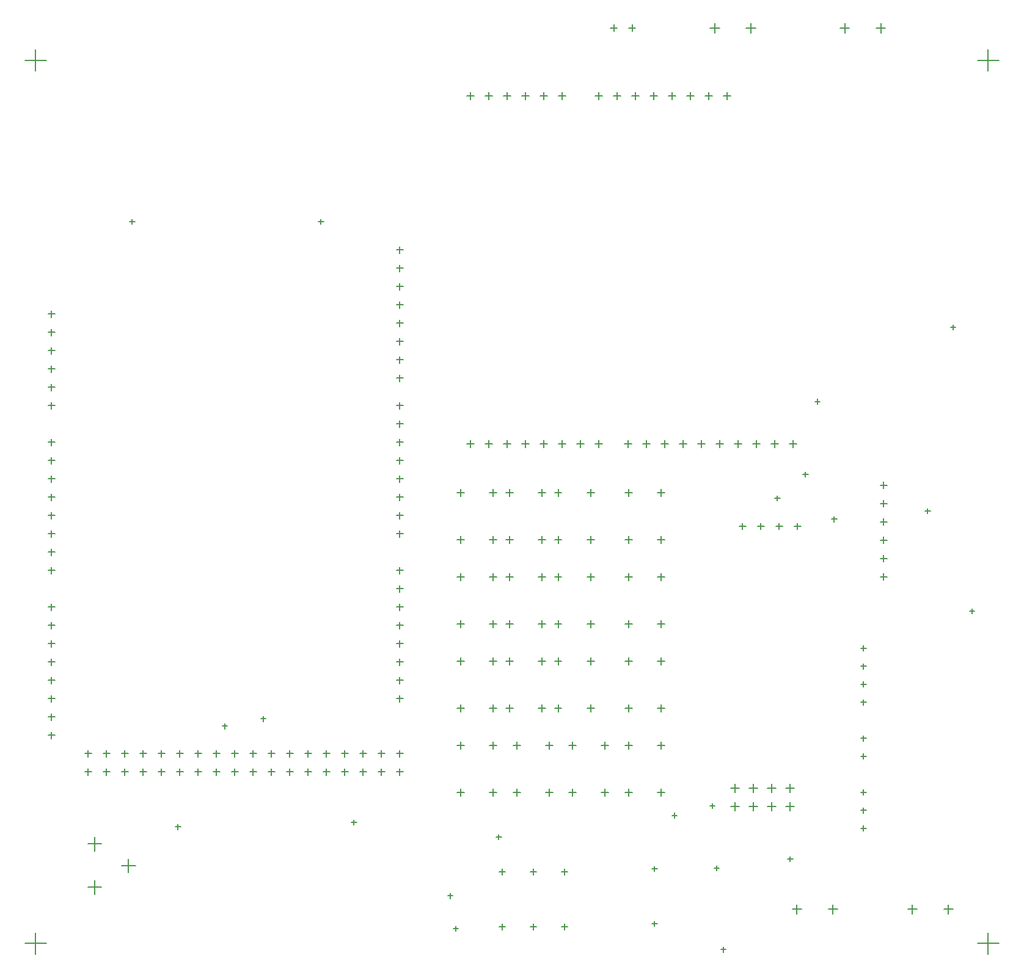
<source format=gbr>
%TF.GenerationSoftware,Altium Limited,Altium Designer,21.8.1 (53)*%
G04 Layer_Color=128*
%FSLAX43Y43*%
%MOMM*%
%TF.SameCoordinates,16DCEB66-4DAC-4E16-A6F7-90F727604106*%
%TF.FilePolarity,Positive*%
%TF.FileFunction,Drillmap*%
%TF.Part,Single*%
G01*
G75*
%TA.AperFunction,NonConductor*%
%ADD66C,0.127*%
D66*
X99337Y24562D02*
X100537D01*
X99937Y23962D02*
Y25162D01*
X99337Y22022D02*
X100537D01*
X99937Y21422D02*
Y22622D01*
X101877Y22022D02*
X103077D01*
X102477Y21422D02*
Y22622D01*
X101877Y24562D02*
X103077D01*
X102477Y23962D02*
Y25162D01*
X104417Y22022D02*
X105617D01*
X105017Y21422D02*
Y22622D01*
X104417Y24562D02*
X105617D01*
X105017Y23962D02*
Y25162D01*
X106957Y22022D02*
X108157D01*
X107557Y21422D02*
Y22622D01*
X106957Y24562D02*
X108157D01*
X107557Y23962D02*
Y25162D01*
X40317Y29340D02*
X41217D01*
X40767Y28890D02*
Y29790D01*
X40317Y26800D02*
X41217D01*
X40767Y26350D02*
Y27250D01*
X37777Y29340D02*
X38677D01*
X38227Y28890D02*
Y29790D01*
X37777Y26800D02*
X38677D01*
X38227Y26350D02*
Y27250D01*
X50477Y29340D02*
X51377D01*
X50927Y28890D02*
Y29790D01*
X50477Y26800D02*
X51377D01*
X50927Y26350D02*
Y27250D01*
X47937Y29340D02*
X48837D01*
X48387Y28890D02*
Y29790D01*
X47937Y26800D02*
X48837D01*
X48387Y26350D02*
Y27250D01*
X45397Y29340D02*
X46297D01*
X45847Y28890D02*
Y29790D01*
X45397Y26800D02*
X46297D01*
X45847Y26350D02*
Y27250D01*
X42857Y29340D02*
X43757D01*
X43307Y28890D02*
Y29790D01*
X42857Y26800D02*
X43757D01*
X43307Y26350D02*
Y27250D01*
X30157Y29340D02*
X31057D01*
X30607Y28890D02*
Y29790D01*
X30157Y26800D02*
X31057D01*
X30607Y26350D02*
Y27250D01*
X27617Y29340D02*
X28517D01*
X28067Y28890D02*
Y29790D01*
X27617Y26800D02*
X28517D01*
X28067Y26350D02*
Y27250D01*
X4757Y87760D02*
X5657D01*
X5207Y87310D02*
Y88210D01*
X4757Y82680D02*
X5657D01*
X5207Y82230D02*
Y83130D01*
X4757Y80140D02*
X5657D01*
X5207Y79690D02*
Y80590D01*
X4757Y85220D02*
X5657D01*
X5207Y84770D02*
Y85670D01*
X53017Y39500D02*
X53917D01*
X53467Y39050D02*
Y39950D01*
X53017Y36960D02*
X53917D01*
X53467Y36510D02*
Y37410D01*
X53017Y42040D02*
X53917D01*
X53467Y41590D02*
Y42490D01*
X53017Y44580D02*
X53917D01*
X53467Y44130D02*
Y45030D01*
X53017Y47120D02*
X53917D01*
X53467Y46670D02*
Y47570D01*
X53017Y49660D02*
X53917D01*
X53467Y49210D02*
Y50110D01*
X53017Y52200D02*
X53917D01*
X53467Y51750D02*
Y52650D01*
X53017Y54740D02*
X53917D01*
X53467Y54290D02*
Y55190D01*
X4757Y77600D02*
X5657D01*
X5207Y77150D02*
Y78050D01*
X4757Y90300D02*
X5657D01*
X5207Y89850D02*
Y90750D01*
X53017Y77600D02*
X53917D01*
X53467Y77150D02*
Y78050D01*
X53017Y75060D02*
X53917D01*
X53467Y74610D02*
Y75510D01*
X53017Y72520D02*
X53917D01*
X53467Y72070D02*
Y72970D01*
X53017Y69980D02*
X53917D01*
X53467Y69530D02*
Y70430D01*
X53017Y67440D02*
X53917D01*
X53467Y66990D02*
Y67890D01*
X53017Y64900D02*
X53917D01*
X53467Y64450D02*
Y65350D01*
X53017Y62360D02*
X53917D01*
X53467Y61910D02*
Y62810D01*
X53017Y59820D02*
X53917D01*
X53467Y59370D02*
Y60270D01*
X53017Y99190D02*
X53917D01*
X53467Y98740D02*
Y99640D01*
X53017Y96650D02*
X53917D01*
X53467Y96200D02*
Y97100D01*
X53017Y94110D02*
X53917D01*
X53467Y93660D02*
Y94560D01*
X53017Y91570D02*
X53917D01*
X53467Y91120D02*
Y92020D01*
X53017Y89030D02*
X53917D01*
X53467Y88580D02*
Y89480D01*
X53017Y86490D02*
X53917D01*
X53467Y86040D02*
Y86940D01*
X53017Y83950D02*
X53917D01*
X53467Y83500D02*
Y84400D01*
X53017Y81410D02*
X53917D01*
X53467Y80960D02*
Y81860D01*
X4757Y49660D02*
X5657D01*
X5207Y49210D02*
Y50110D01*
X4757Y47120D02*
X5657D01*
X5207Y46670D02*
Y47570D01*
X4757Y44580D02*
X5657D01*
X5207Y44130D02*
Y45030D01*
X4757Y42040D02*
X5657D01*
X5207Y41590D02*
Y42490D01*
X4757Y39500D02*
X5657D01*
X5207Y39050D02*
Y39950D01*
X4757Y36960D02*
X5657D01*
X5207Y36510D02*
Y37410D01*
X4757Y34420D02*
X5657D01*
X5207Y33970D02*
Y34870D01*
X4757Y31880D02*
X5657D01*
X5207Y31430D02*
Y32330D01*
X4757Y72520D02*
X5657D01*
X5207Y72070D02*
Y72970D01*
X4757Y69980D02*
X5657D01*
X5207Y69530D02*
Y70430D01*
X4757Y67440D02*
X5657D01*
X5207Y66990D02*
Y67890D01*
X4757Y64900D02*
X5657D01*
X5207Y64450D02*
Y65350D01*
X4757Y62360D02*
X5657D01*
X5207Y61910D02*
Y62810D01*
X4757Y59820D02*
X5657D01*
X5207Y59370D02*
Y60270D01*
X4757Y57280D02*
X5657D01*
X5207Y56830D02*
Y57730D01*
X4757Y54740D02*
X5657D01*
X5207Y54290D02*
Y55190D01*
X9837Y26800D02*
X10737D01*
X10287Y26350D02*
Y27250D01*
X9837Y29340D02*
X10737D01*
X10287Y28890D02*
Y29790D01*
X12377Y26800D02*
X13277D01*
X12827Y26350D02*
Y27250D01*
X12377Y29340D02*
X13277D01*
X12827Y28890D02*
Y29790D01*
X14917Y26800D02*
X15817D01*
X15367Y26350D02*
Y27250D01*
X14917Y29340D02*
X15817D01*
X15367Y28890D02*
Y29790D01*
X17457Y26800D02*
X18357D01*
X17907Y26350D02*
Y27250D01*
X17457Y29340D02*
X18357D01*
X17907Y28890D02*
Y29790D01*
X19997Y26800D02*
X20897D01*
X20447Y26350D02*
Y27250D01*
X19997Y29340D02*
X20897D01*
X20447Y28890D02*
Y29790D01*
X22537Y26800D02*
X23437D01*
X22987Y26350D02*
Y27250D01*
X22537Y29340D02*
X23437D01*
X22987Y28890D02*
Y29790D01*
X25077Y26800D02*
X25977D01*
X25527Y26350D02*
Y27250D01*
X25077Y29340D02*
X25977D01*
X25527Y28890D02*
Y29790D01*
X32697Y26800D02*
X33597D01*
X33147Y26350D02*
Y27250D01*
X32697Y29340D02*
X33597D01*
X33147Y28890D02*
Y29790D01*
X35237Y26800D02*
X36137D01*
X35687Y26350D02*
Y27250D01*
X35237Y29340D02*
X36137D01*
X35687Y28890D02*
Y29790D01*
X53017Y26800D02*
X53917D01*
X53467Y26350D02*
Y27250D01*
X53017Y29340D02*
X53917D01*
X53467Y28890D02*
Y29790D01*
X73653Y30460D02*
X74653D01*
X74153Y29960D02*
Y30960D01*
X73653Y23960D02*
X74653D01*
X74153Y23460D02*
Y24460D01*
X69153Y30460D02*
X70153D01*
X69653Y29960D02*
Y30960D01*
X69153Y23960D02*
X70153D01*
X69653Y23460D02*
Y24460D01*
X65901Y65512D02*
X66901D01*
X66401Y65012D02*
Y66012D01*
X65901Y59012D02*
X66901D01*
X66401Y58512D02*
Y59512D01*
X61401Y65512D02*
X62401D01*
X61901Y65012D02*
Y66012D01*
X61401Y59012D02*
X62401D01*
X61901Y58512D02*
Y59512D01*
X72653Y65512D02*
X73653D01*
X73153Y65012D02*
Y66012D01*
X72653Y59012D02*
X73653D01*
X73153Y58512D02*
Y59512D01*
X68153Y65512D02*
X69153D01*
X68653Y65012D02*
Y66012D01*
X68153Y59012D02*
X69153D01*
X68653Y58512D02*
Y59512D01*
X79405Y65512D02*
X80405D01*
X79905Y65012D02*
Y66012D01*
X79405Y59012D02*
X80405D01*
X79905Y58512D02*
Y59512D01*
X74905Y65512D02*
X75905D01*
X75405Y65012D02*
Y66012D01*
X74905Y59012D02*
X75905D01*
X75405Y58512D02*
Y59512D01*
X89157Y65512D02*
X90157D01*
X89657Y65012D02*
Y66012D01*
X89157Y59012D02*
X90157D01*
X89657Y58512D02*
Y59512D01*
X84657Y65512D02*
X85657D01*
X85157Y65012D02*
Y66012D01*
X84657Y59012D02*
X85657D01*
X85157Y58512D02*
Y59512D01*
X65901Y53828D02*
X66901D01*
X66401Y53328D02*
Y54328D01*
X65901Y47328D02*
X66901D01*
X66401Y46828D02*
Y47828D01*
X61401Y53828D02*
X62401D01*
X61901Y53328D02*
Y54328D01*
X61401Y47328D02*
X62401D01*
X61901Y46828D02*
Y47828D01*
X72653Y53828D02*
X73653D01*
X73153Y53328D02*
Y54328D01*
X72653Y47328D02*
X73653D01*
X73153Y46828D02*
Y47828D01*
X68153Y53828D02*
X69153D01*
X68653Y53328D02*
Y54328D01*
X68153Y47328D02*
X69153D01*
X68653Y46828D02*
Y47828D01*
X79405Y53828D02*
X80405D01*
X79905Y53328D02*
Y54328D01*
X79405Y47328D02*
X80405D01*
X79905Y46828D02*
Y47828D01*
X74905Y53828D02*
X75905D01*
X75405Y53328D02*
Y54328D01*
X74905Y47328D02*
X75905D01*
X75405Y46828D02*
Y47828D01*
X89157Y53828D02*
X90157D01*
X89657Y53328D02*
Y54328D01*
X89157Y47328D02*
X90157D01*
X89657Y46828D02*
Y47828D01*
X84657Y53828D02*
X85657D01*
X85157Y53328D02*
Y54328D01*
X84657Y47328D02*
X85657D01*
X85157Y46828D02*
Y47828D01*
X65901Y42144D02*
X66901D01*
X66401Y41644D02*
Y42644D01*
X65901Y35644D02*
X66901D01*
X66401Y35144D02*
Y36144D01*
X61401Y42144D02*
X62401D01*
X61901Y41644D02*
Y42644D01*
X61401Y35644D02*
X62401D01*
X61901Y35144D02*
Y36144D01*
X72653Y42144D02*
X73653D01*
X73153Y41644D02*
Y42644D01*
X72653Y35644D02*
X73653D01*
X73153Y35144D02*
Y36144D01*
X68153Y42144D02*
X69153D01*
X68653Y41644D02*
Y42644D01*
X68153Y35644D02*
X69153D01*
X68653Y35144D02*
Y36144D01*
X79405Y42144D02*
X80405D01*
X79905Y41644D02*
Y42644D01*
X79405Y35644D02*
X80405D01*
X79905Y35144D02*
Y36144D01*
X74905Y42144D02*
X75905D01*
X75405Y41644D02*
Y42644D01*
X74905Y35644D02*
X75905D01*
X75405Y35144D02*
Y36144D01*
X89157Y42144D02*
X90157D01*
X89657Y41644D02*
Y42644D01*
X89157Y35644D02*
X90157D01*
X89657Y35144D02*
Y36144D01*
X84657Y42144D02*
X85657D01*
X85157Y41644D02*
Y42644D01*
X84657Y35644D02*
X85657D01*
X85157Y35144D02*
Y36144D01*
X65901Y30460D02*
X66901D01*
X66401Y29960D02*
Y30960D01*
X65901Y23960D02*
X66901D01*
X66401Y23460D02*
Y24460D01*
X61401Y30460D02*
X62401D01*
X61901Y29960D02*
Y30960D01*
X61401Y23960D02*
X62401D01*
X61901Y23460D02*
Y24460D01*
X81405Y30460D02*
X82405D01*
X81905Y29960D02*
Y30960D01*
X81405Y23960D02*
X82405D01*
X81905Y23460D02*
Y24460D01*
X76905Y30460D02*
X77905D01*
X77405Y29960D02*
Y30960D01*
X76905Y23960D02*
X77905D01*
X77405Y23460D02*
Y24460D01*
X89157Y30460D02*
X90157D01*
X89657Y29960D02*
Y30960D01*
X89157Y23960D02*
X90157D01*
X89657Y23460D02*
Y24460D01*
X84657Y30460D02*
X85657D01*
X85157Y29960D02*
Y30960D01*
X84657Y23960D02*
X85657D01*
X85157Y23460D02*
Y24460D01*
X88423Y13335D02*
X89123D01*
X88773Y12985D02*
Y13685D01*
X119472Y129950D02*
X120772D01*
X120122Y129300D02*
Y130600D01*
X114472Y129950D02*
X115772D01*
X115122Y129300D02*
Y130600D01*
X101472Y129950D02*
X102772D01*
X102122Y129300D02*
Y130600D01*
X96472Y129950D02*
X97772D01*
X97122Y129300D02*
Y130600D01*
X85200Y129985D02*
X86100D01*
X85650Y129535D02*
Y130435D01*
X82660Y129985D02*
X83560D01*
X83110Y129535D02*
Y130435D01*
X98280Y120550D02*
X99280D01*
X98780Y120050D02*
Y121050D01*
X95740Y120550D02*
X96740D01*
X96240Y120050D02*
Y121050D01*
X93200Y120550D02*
X94200D01*
X93700Y120050D02*
Y121050D01*
X90660Y120550D02*
X91660D01*
X91160Y120050D02*
Y121050D01*
X88120Y120550D02*
X89120D01*
X88620Y120050D02*
Y121050D01*
X85580Y120550D02*
X86580D01*
X86080Y120050D02*
Y121050D01*
X83040Y120550D02*
X84040D01*
X83540Y120050D02*
Y121050D01*
X80500Y120550D02*
X81500D01*
X81000Y120050D02*
Y121050D01*
X75420Y120550D02*
X76420D01*
X75920Y120050D02*
Y121050D01*
X72880Y120550D02*
X73880D01*
X73380Y120050D02*
Y121050D01*
X70340Y120550D02*
X71340D01*
X70840Y120050D02*
Y121050D01*
X67800Y120550D02*
X68800D01*
X68300Y120050D02*
Y121050D01*
X65260Y120550D02*
X66260D01*
X65760Y120050D02*
Y121050D01*
X62720Y120550D02*
X63720D01*
X63220Y120050D02*
Y121050D01*
X84564Y72290D02*
X85564D01*
X85064Y71790D02*
Y72790D01*
X87104Y72290D02*
X88104D01*
X87604Y71790D02*
Y72790D01*
X89644Y72290D02*
X90644D01*
X90144Y71790D02*
Y72790D01*
X92184Y72290D02*
X93184D01*
X92684Y71790D02*
Y72790D01*
X94724Y72290D02*
X95724D01*
X95224Y71790D02*
Y72790D01*
X97264Y72290D02*
X98264D01*
X97764Y71790D02*
Y72790D01*
X99804Y72290D02*
X100804D01*
X100304Y71790D02*
Y72790D01*
X102344Y72290D02*
X103344D01*
X102844Y71790D02*
Y72790D01*
X104884Y72290D02*
X105884D01*
X105384Y71790D02*
Y72790D01*
X107424Y72290D02*
X108424D01*
X107924Y71790D02*
Y72790D01*
X62720Y72290D02*
X63720D01*
X63220Y71790D02*
Y72790D01*
X65260Y72290D02*
X66260D01*
X65760Y71790D02*
Y72790D01*
X67800Y72290D02*
X68800D01*
X68300Y71790D02*
Y72790D01*
X70340Y72290D02*
X71340D01*
X70840Y71790D02*
Y72790D01*
X72880Y72290D02*
X73880D01*
X73380Y71790D02*
Y72790D01*
X75420Y72290D02*
X76420D01*
X75920Y71790D02*
Y72790D01*
X77960Y72290D02*
X78960D01*
X78460Y71790D02*
Y72790D01*
X80500Y72290D02*
X81500D01*
X81000Y71790D02*
Y72790D01*
X1500Y125500D02*
X4500D01*
X3000Y124000D02*
Y127000D01*
X133500Y125500D02*
X136500D01*
X135000Y124000D02*
Y127000D01*
X133500Y3000D02*
X136500D01*
X135000Y1500D02*
Y4500D01*
X1500Y3000D02*
X4500D01*
X3000Y1500D02*
Y4500D01*
X10226Y10795D02*
X12126D01*
X11176Y9845D02*
Y11745D01*
X120073Y66548D02*
X120973D01*
X120523Y66098D02*
Y66998D01*
X88423Y5715D02*
X89123D01*
X88773Y5365D02*
Y6065D01*
X14926Y13795D02*
X16826D01*
X15876Y12845D02*
Y14745D01*
X105580Y60849D02*
X106480D01*
X106030Y60399D02*
Y61299D01*
X117348Y31463D02*
X118110D01*
X117729Y31082D02*
Y31844D01*
X117348Y21463D02*
X118110D01*
X117729Y21082D02*
Y21844D01*
X117348Y23963D02*
X118110D01*
X117729Y23582D02*
Y24344D01*
X117348Y18963D02*
X118110D01*
X117729Y18582D02*
Y19344D01*
X10226Y16795D02*
X12126D01*
X11176Y15845D02*
Y17745D01*
X120073Y64008D02*
X120973D01*
X120523Y63558D02*
Y64458D01*
X117348Y28963D02*
X118110D01*
X117729Y28582D02*
Y29344D01*
X120073Y58928D02*
X120973D01*
X120523Y58478D02*
Y59378D01*
X120073Y61468D02*
X120973D01*
X120523Y61018D02*
Y61918D01*
X120073Y56388D02*
X120973D01*
X120523Y55938D02*
Y56838D01*
X120073Y53848D02*
X120973D01*
X120523Y53398D02*
Y54298D01*
X117348Y43963D02*
X118110D01*
X117729Y43582D02*
Y44344D01*
X117348Y41463D02*
X118110D01*
X117729Y41082D02*
Y41844D01*
X117348Y38963D02*
X118110D01*
X117729Y38582D02*
Y39344D01*
X117348Y36463D02*
X118110D01*
X117729Y36082D02*
Y36844D01*
X128850Y7747D02*
X130150D01*
X129500Y7097D02*
Y8397D01*
X123850Y7747D02*
X125150D01*
X124500Y7097D02*
Y8397D01*
X100500Y60849D02*
X101400D01*
X100950Y60399D02*
Y61299D01*
X103040Y60849D02*
X103940D01*
X103490Y60399D02*
Y61299D01*
X108120Y60849D02*
X109020D01*
X108570Y60399D02*
Y61299D01*
X71584Y12954D02*
X72434D01*
X72009Y12529D02*
Y13379D01*
X71584Y5334D02*
X72434D01*
X72009Y4909D02*
Y5759D01*
X75902Y5334D02*
X76752D01*
X76327Y4909D02*
Y5759D01*
X75902Y12954D02*
X76752D01*
X76327Y12529D02*
Y13379D01*
X67266Y5334D02*
X68116D01*
X67691Y4909D02*
Y5759D01*
X67266Y12954D02*
X68116D01*
X67691Y12529D02*
Y13379D01*
X107850Y7747D02*
X109150D01*
X108500Y7097D02*
Y8397D01*
X112850Y7747D02*
X114150D01*
X113500Y7097D02*
Y8397D01*
X60124Y9610D02*
X60836D01*
X60480Y9254D02*
Y9966D01*
X66827Y17780D02*
X67539D01*
X67183Y17424D02*
Y18136D01*
X91159Y20760D02*
X91871D01*
X91515Y20404D02*
Y21116D01*
X110989Y78165D02*
X111701D01*
X111345Y77809D02*
Y78521D01*
X60884Y5060D02*
X61596D01*
X61240Y4704D02*
Y5416D01*
X97942Y2159D02*
X98654D01*
X98298Y1803D02*
Y2515D01*
X97014Y13455D02*
X97726D01*
X97370Y13099D02*
Y13811D01*
X129774Y88435D02*
X130486D01*
X130130Y88079D02*
Y88791D01*
X132412Y49096D02*
X133123D01*
X132768Y48741D02*
Y49452D01*
X126259Y62970D02*
X126971D01*
X126615Y62614D02*
Y63326D01*
X109324Y68035D02*
X110036D01*
X109680Y67679D02*
Y68391D01*
X96418Y22098D02*
X97130D01*
X96774Y21742D02*
Y22454D01*
X105435Y64770D02*
X106147D01*
X105791Y64414D02*
Y65126D01*
X113309Y61849D02*
X114021D01*
X113665Y61493D02*
Y62205D01*
X16027Y103124D02*
X16739D01*
X16383Y102768D02*
Y103480D01*
X42189Y103124D02*
X42901D01*
X42545Y102768D02*
Y103480D01*
X28854Y33147D02*
X29566D01*
X29210Y32791D02*
Y33503D01*
X107201Y14720D02*
X107913D01*
X107557Y14364D02*
Y15076D01*
X34188Y34163D02*
X34900D01*
X34544Y33807D02*
Y34519D01*
X46761Y19812D02*
X47473D01*
X47117Y19456D02*
Y20168D01*
X22377Y19177D02*
X23089D01*
X22733Y18821D02*
Y19533D01*
%TF.MD5,2c3927de93679b781a012f8f71107d6a*%
M02*

</source>
